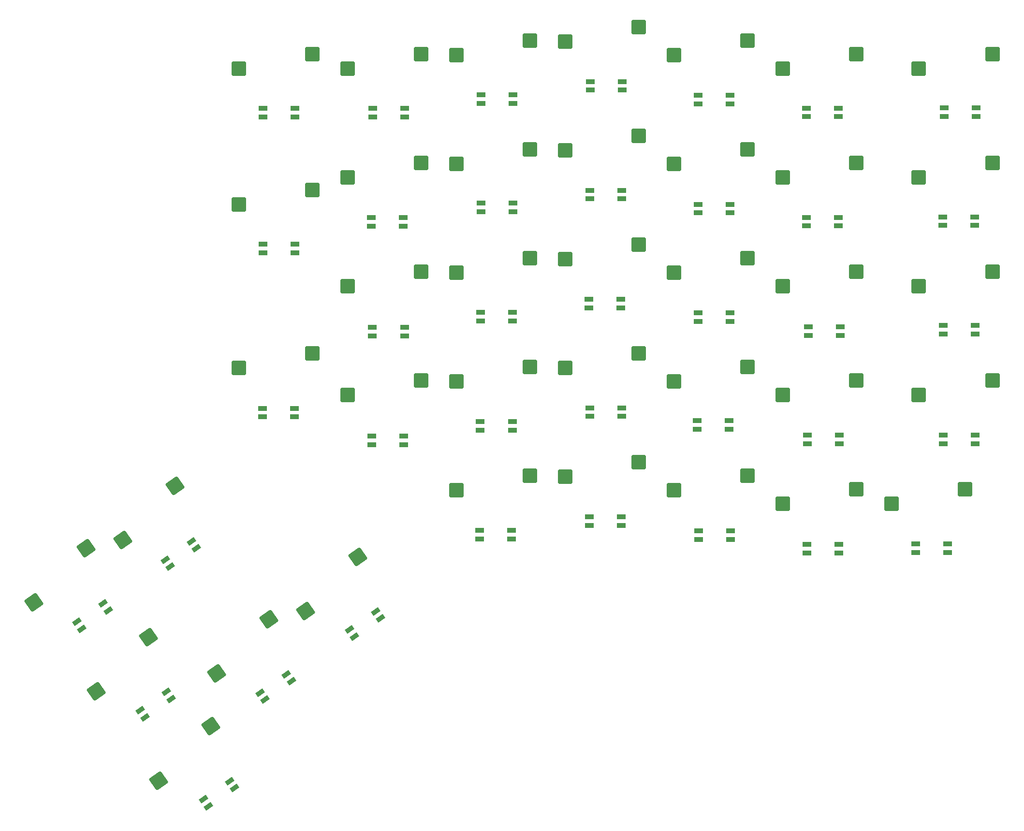
<source format=gbr>
%TF.GenerationSoftware,KiCad,Pcbnew,9.0.1*%
%TF.CreationDate,2025-07-25T20:29:54-04:00*%
%TF.ProjectId,splitboard right,73706c69-7462-46f6-9172-642072696768,rev?*%
%TF.SameCoordinates,Original*%
%TF.FileFunction,Paste,Bot*%
%TF.FilePolarity,Positive*%
%FSLAX46Y46*%
G04 Gerber Fmt 4.6, Leading zero omitted, Abs format (unit mm)*
G04 Created by KiCad (PCBNEW 9.0.1) date 2025-07-25 20:29:54*
%MOMM*%
%LPD*%
G01*
G04 APERTURE LIST*
G04 Aperture macros list*
%AMRoundRect*
0 Rectangle with rounded corners*
0 $1 Rounding radius*
0 $2 $3 $4 $5 $6 $7 $8 $9 X,Y pos of 4 corners*
0 Add a 4 corners polygon primitive as box body*
4,1,4,$2,$3,$4,$5,$6,$7,$8,$9,$2,$3,0*
0 Add four circle primitives for the rounded corners*
1,1,$1+$1,$2,$3*
1,1,$1+$1,$4,$5*
1,1,$1+$1,$6,$7*
1,1,$1+$1,$8,$9*
0 Add four rect primitives between the rounded corners*
20,1,$1+$1,$2,$3,$4,$5,0*
20,1,$1+$1,$4,$5,$6,$7,0*
20,1,$1+$1,$6,$7,$8,$9,0*
20,1,$1+$1,$8,$9,$2,$3,0*%
%AMRotRect*
0 Rectangle, with rotation*
0 The origin of the aperture is its center*
0 $1 length*
0 $2 width*
0 $3 Rotation angle, in degrees counterclockwise*
0 Add horizontal line*
21,1,$1,$2,0,0,$3*%
G04 Aperture macros list end*
%ADD10RoundRect,0.250000X-0.266054X-1.407068X1.413207X-0.231236X0.266054X1.407068X-1.413207X0.231236X0*%
%ADD11RoundRect,0.250000X-1.025000X-1.000000X1.025000X-1.000000X1.025000X1.000000X-1.025000X1.000000X0*%
%ADD12R,1.500000X0.820000*%
%ADD13RotRect,0.820000X1.500000X125.000000*%
G04 APERTURE END LIST*
D10*
%TO.C,SW36*%
X35000716Y-125275625D03*
X44133010Y-115780356D03*
%TD*%
%TO.C,SW34*%
X66995510Y-137756263D03*
X76127804Y-128260994D03*
%TD*%
%TO.C,SW38*%
X56853979Y-156485318D03*
X65986273Y-146990049D03*
%TD*%
D11*
%TO.C,SW27*%
X166119682Y-88968989D03*
X179046682Y-86428989D03*
%TD*%
%TO.C,SW15*%
X70869682Y-84206489D03*
X83796682Y-81666489D03*
%TD*%
%TO.C,SW17*%
X108969682Y-67537739D03*
X121896682Y-64997739D03*
%TD*%
%TO.C,SW4*%
X128019682Y-27056489D03*
X140946682Y-24516489D03*
%TD*%
D10*
%TO.C,SW22*%
X82600356Y-126829632D03*
X91732650Y-117334363D03*
%TD*%
D11*
%TO.C,SW10*%
X108969682Y-48487739D03*
X121896682Y-45947739D03*
%TD*%
%TO.C,SW32*%
X166119682Y-108018989D03*
X179046682Y-105478989D03*
%TD*%
%TO.C,SW20*%
X166119682Y-69918989D03*
X179046682Y-67378989D03*
%TD*%
D10*
%TO.C,SW35*%
X50605563Y-114348994D03*
X59737857Y-104853725D03*
%TD*%
D11*
%TO.C,SW6*%
X166119682Y-31818989D03*
X179046682Y-29278989D03*
%TD*%
%TO.C,SW8*%
X70869682Y-55631489D03*
X83796682Y-53091489D03*
%TD*%
%TO.C,SW12*%
X147069682Y-48487739D03*
X159996682Y-45947739D03*
%TD*%
%TO.C,SW26*%
X147069682Y-86587739D03*
X159996682Y-84047739D03*
%TD*%
%TO.C,SW24*%
X108969682Y-86587739D03*
X121896682Y-84047739D03*
%TD*%
%TO.C,SW1*%
X70869682Y-31818989D03*
X83796682Y-29278989D03*
%TD*%
%TO.C,SW28*%
X189932182Y-88968989D03*
X202859182Y-86428989D03*
%TD*%
D10*
%TO.C,SW37*%
X45927348Y-140880471D03*
X55059642Y-131385202D03*
%TD*%
D11*
%TO.C,SW30*%
X128019682Y-103256489D03*
X140946682Y-100716489D03*
%TD*%
%TO.C,SW2*%
X89919682Y-31818989D03*
X102846682Y-29278989D03*
%TD*%
%TO.C,SW23*%
X89919682Y-88968989D03*
X102846682Y-86428989D03*
%TD*%
%TO.C,SW33*%
X185169682Y-108018989D03*
X198096682Y-105478989D03*
%TD*%
%TO.C,SW5*%
X147069682Y-29437739D03*
X159996682Y-26897739D03*
%TD*%
%TO.C,SW16*%
X89919682Y-69918989D03*
X102846682Y-67378989D03*
%TD*%
%TO.C,SW18*%
X128019682Y-65156489D03*
X140946682Y-62616489D03*
%TD*%
%TO.C,SW14*%
X189932182Y-50868989D03*
X202859182Y-48328989D03*
%TD*%
%TO.C,SW31*%
X147069682Y-105637739D03*
X159996682Y-103097739D03*
%TD*%
%TO.C,SW21*%
X189932182Y-69918989D03*
X202859182Y-67378989D03*
%TD*%
%TO.C,SW7*%
X189932182Y-31818989D03*
X202859182Y-29278989D03*
%TD*%
%TO.C,SW11*%
X128019682Y-46106489D03*
X140946682Y-43566489D03*
%TD*%
%TO.C,SW19*%
X147069682Y-67537739D03*
X159996682Y-64997739D03*
%TD*%
%TO.C,SW13*%
X166119682Y-50868989D03*
X179046682Y-48328989D03*
%TD*%
%TO.C,SW29*%
X108969682Y-105637739D03*
X121896682Y-103097739D03*
%TD*%
%TO.C,SW9*%
X89919682Y-50868989D03*
X102846682Y-48328989D03*
%TD*%
%TO.C,SW25*%
X128019682Y-84206489D03*
X140946682Y-81666489D03*
%TD*%
%TO.C,SW3*%
X108969682Y-29437739D03*
X121896682Y-26897739D03*
%TD*%
D12*
%TO.C,L20*%
X94300000Y-77140000D03*
X94300000Y-78640000D03*
X99900000Y-78640000D03*
X99900000Y-77140000D03*
%TD*%
%TO.C,L28*%
X189450000Y-115070000D03*
X189450000Y-116570000D03*
X195050000Y-116570000D03*
X195050000Y-115070000D03*
%TD*%
%TO.C,L6*%
X94370000Y-38770000D03*
X94370000Y-40270000D03*
X99970000Y-40270000D03*
X99970000Y-38770000D03*
%TD*%
%TO.C,L31*%
X132300000Y-110290000D03*
X132300000Y-111790000D03*
X137900000Y-111790000D03*
X137900000Y-110290000D03*
%TD*%
D13*
%TO.C,L33*%
X90246192Y-130051650D03*
X91106557Y-131280378D03*
X95693808Y-128068350D03*
X94833443Y-126839622D03*
%TD*%
D12*
%TO.C,L27*%
X194250000Y-95980000D03*
X194250000Y-97480000D03*
X199850000Y-97480000D03*
X199850000Y-95980000D03*
%TD*%
%TO.C,L13*%
X170270000Y-57860000D03*
X170270000Y-59360000D03*
X175870000Y-59360000D03*
X175870000Y-57860000D03*
%TD*%
%TO.C,L21*%
X75060000Y-91300000D03*
X75060000Y-92800000D03*
X80660000Y-92800000D03*
X80660000Y-91300000D03*
%TD*%
%TO.C,L17*%
X151300000Y-74580000D03*
X151300000Y-76080000D03*
X156900000Y-76080000D03*
X156900000Y-74580000D03*
%TD*%
D13*
%TO.C,L37*%
X42546192Y-128691650D03*
X43406557Y-129920378D03*
X47993808Y-126708350D03*
X47133443Y-125479622D03*
%TD*%
D12*
%TO.C,L12*%
X151340000Y-55570000D03*
X151340000Y-57070000D03*
X156940000Y-57070000D03*
X156940000Y-55570000D03*
%TD*%
%TO.C,L2*%
X170280000Y-38720000D03*
X170280000Y-40220000D03*
X175880000Y-40220000D03*
X175880000Y-38720000D03*
%TD*%
%TO.C,L15*%
X194280000Y-76770000D03*
X194280000Y-78270000D03*
X199880000Y-78270000D03*
X199880000Y-76770000D03*
%TD*%
%TO.C,L24*%
X132360000Y-91200000D03*
X132360000Y-92700000D03*
X137960000Y-92700000D03*
X137960000Y-91200000D03*
%TD*%
%TO.C,L10*%
X113270000Y-55370000D03*
X113270000Y-56870000D03*
X118870000Y-56870000D03*
X118870000Y-55370000D03*
%TD*%
%TO.C,L11*%
X132330000Y-53110000D03*
X132330000Y-54610000D03*
X137930000Y-54610000D03*
X137930000Y-53110000D03*
%TD*%
D13*
%TO.C,L36*%
X53626192Y-144161650D03*
X54486557Y-145390378D03*
X59073808Y-142178350D03*
X58213443Y-140949622D03*
%TD*%
D12*
%TO.C,L23*%
X113180000Y-93650000D03*
X113180000Y-95150000D03*
X118780000Y-95150000D03*
X118780000Y-93650000D03*
%TD*%
%TO.C,L29*%
X170404682Y-115100000D03*
X170404682Y-116600000D03*
X176004682Y-116600000D03*
X176004682Y-115100000D03*
%TD*%
%TO.C,L4*%
X132430000Y-34050000D03*
X132430000Y-35550000D03*
X138030000Y-35550000D03*
X138030000Y-34050000D03*
%TD*%
%TO.C,L1*%
X194430000Y-38670000D03*
X194430000Y-40170000D03*
X200030000Y-40170000D03*
X200030000Y-38670000D03*
%TD*%
%TO.C,L25*%
X151170000Y-93440000D03*
X151170000Y-94940000D03*
X156770000Y-94940000D03*
X156770000Y-93440000D03*
%TD*%
%TO.C,L5*%
X113330000Y-36370000D03*
X113330000Y-37870000D03*
X118930000Y-37870000D03*
X118930000Y-36370000D03*
%TD*%
%TO.C,L16*%
X170590000Y-77020000D03*
X170590000Y-78520000D03*
X176190000Y-78520000D03*
X176190000Y-77020000D03*
%TD*%
%TO.C,L9*%
X94090000Y-57880000D03*
X94090000Y-59380000D03*
X99690000Y-59380000D03*
X99690000Y-57880000D03*
%TD*%
%TO.C,L19*%
X113240000Y-74510000D03*
X113240000Y-76010000D03*
X118840000Y-76010000D03*
X118840000Y-74510000D03*
%TD*%
%TO.C,L14*%
X194180000Y-57760000D03*
X194180000Y-59260000D03*
X199780000Y-59260000D03*
X199780000Y-57760000D03*
%TD*%
D13*
%TO.C,L35*%
X64686192Y-159771650D03*
X65546557Y-161000378D03*
X70133808Y-157788350D03*
X69273443Y-156559622D03*
%TD*%
D12*
%TO.C,L30*%
X151400000Y-112740000D03*
X151400000Y-114240000D03*
X157000000Y-114240000D03*
X157000000Y-112740000D03*
%TD*%
D13*
%TO.C,L34*%
X74636192Y-141071650D03*
X75496557Y-142300378D03*
X80083808Y-139088350D03*
X79223443Y-137859622D03*
%TD*%
D12*
%TO.C,L22*%
X94190000Y-96140000D03*
X94190000Y-97640000D03*
X99790000Y-97640000D03*
X99790000Y-96140000D03*
%TD*%
%TO.C,L3*%
X151310000Y-36460000D03*
X151310000Y-37960000D03*
X156910000Y-37960000D03*
X156910000Y-36460000D03*
%TD*%
%TO.C,L8*%
X75154682Y-62560000D03*
X75154682Y-64060000D03*
X80754682Y-64060000D03*
X80754682Y-62560000D03*
%TD*%
%TO.C,L26*%
X170440000Y-96020000D03*
X170440000Y-97520000D03*
X176040000Y-97520000D03*
X176040000Y-96020000D03*
%TD*%
%TO.C,L32*%
X113070000Y-112690000D03*
X113070000Y-114190000D03*
X118670000Y-114190000D03*
X118670000Y-112690000D03*
%TD*%
D13*
%TO.C,L38*%
X58006192Y-117791650D03*
X58866557Y-119020378D03*
X63453808Y-115808350D03*
X62593443Y-114579622D03*
%TD*%
D12*
%TO.C,L18*%
X132190000Y-72210000D03*
X132190000Y-73710000D03*
X137790000Y-73710000D03*
X137790000Y-72210000D03*
%TD*%
%TO.C,L7*%
X75110000Y-38730000D03*
X75110000Y-40230000D03*
X80710000Y-40230000D03*
X80710000Y-38730000D03*
%TD*%
M02*

</source>
